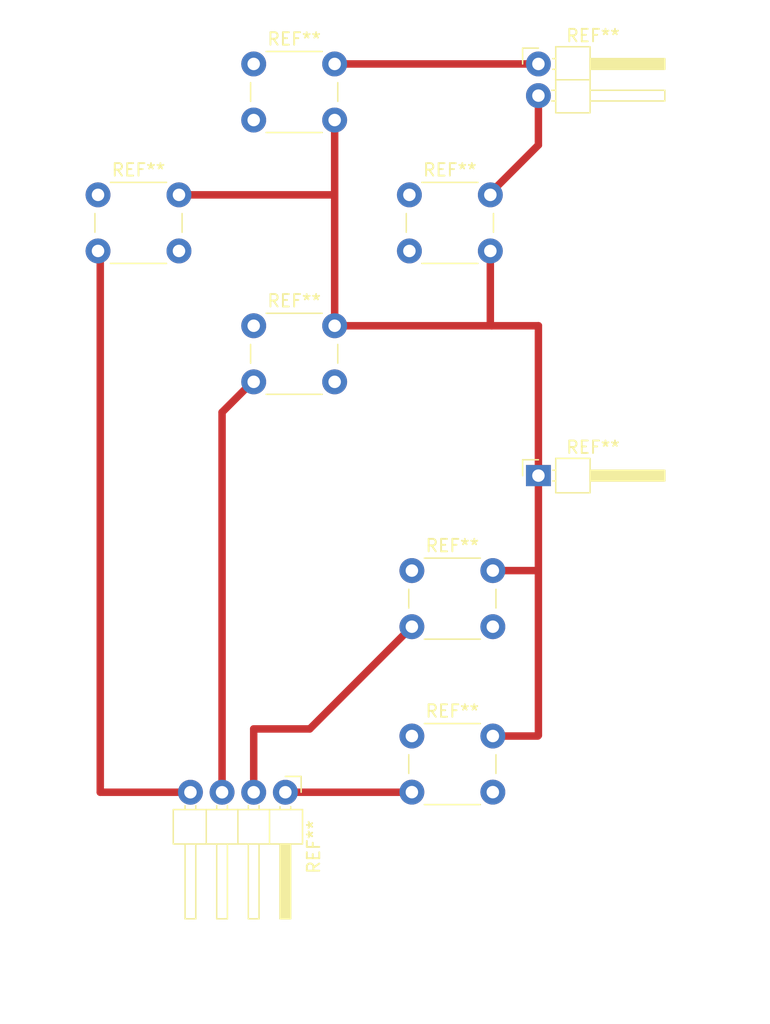
<source format=kicad_pcb>
(kicad_pcb (version 20241229) (generator "pcbnew") (generator_version "9.0")
  (layers (0 "F.Cu" signal) (2 "B.Cu" signal) (13 "F.Paste" user) (15 "B.Paste" user) (5 "F.SilkS" user "F.Silkscreen") (7 "B.SilkS" user "B.Silkscreen") (1 "F.Mask" user) (3 "B.Mask" user) (25 "Edge.Cuts" user))
  (net 0 "")
  (footprint "Button_Switch_THT:SW_PUSH_6mm" (layer "F.Cu") (at 32.82 15.58)
    (property "Reference" "REF**" (at 3.25 -2 0) (layer "F.SilkS"))
    (property "Value" "SW_PUSH_6mm")
    (fp_line (start -0.25 1.5) (end -0.25 3) (stroke (width 0.12)) (layer "F.SilkS"))
    (fp_line (start 1 5.5) (end 5.5 5.5) (stroke (width 0.12)) (layer "F.SilkS"))
    (fp_line (start 5.5 -1) (end 1 -1) (stroke (width 0.12)) (layer "F.SilkS"))
    (fp_line (start 6.75 3) (end 6.75 1.5) (stroke (width 0.12)) (layer "F.SilkS"))
    (pad "1" thru_hole circle (at 0 0 90) (size 2 2) (drill 1) (layers "*.Cu" "*.Mask"))
    (pad "1" thru_hole circle (at 6.5 0 90) (size 2 2) (drill 1) (layers "*.Cu" "*.Mask"))
    (pad "2" thru_hole circle (at 0 4.5 90) (size 2 2) (drill 1) (layers "*.Cu" "*.Mask"))
    (pad "2" thru_hole circle (at 6.5 4.5 90) (size 2 2) (drill 1) (layers "*.Cu" "*.Mask"))
  )
  (footprint "Connector_PinHeader_2.54mm:PinHeader_1x01_P2.54mm_Horizontal" (layer "F.Cu") (at 43.18 38.1)
    (property "Reference" "REF**" (at 4.385 -2.27 0) (layer "F.SilkS"))
    (property "Value" "PinHeader_1x01_P2.54mm_Horizontal")
    (fp_line (start -1.27 -1.27) (end 0 -1.27) (stroke (width 0.12)) (layer "F.SilkS"))
    (fp_line (start -1.27 0) (end -1.27 -1.27) (stroke (width 0.12)) (layer "F.SilkS"))
    (fp_line (start 1.16 -0.43) (end 1.39 -0.43) (stroke (width 0.12)) (layer "F.SilkS"))
    (fp_line (start 1.16 0.43) (end 1.39 0.43) (stroke (width 0.12)) (layer "F.SilkS"))
    (fp_rect (start 1.39 -1.38) (end 4.15 1.38) (stroke (width 0.12)) (fill no) (layer "F.SilkS"))
    (fp_rect (start 4.15 -0.43) (end 10.15 0.43) (stroke (width 0.12)) (fill yes) (layer "F.SilkS"))
    (pad "1" thru_hole rect (at 0 0) (size 2 1.7) (drill 1) (layers "*.Cu" "*.Mask"))
  )
  (footprint "Button_Switch_THT:SW_PUSH_6mm" (layer "F.Cu") (at 33.02 58.99)
    (property "Reference" "REF**" (at 3.25 -2 0) (layer "F.SilkS"))
    (property "Value" "SW_PUSH_6mm")
    (fp_line (start -0.25 1.5) (end -0.25 3) (stroke (width 0.12)) (layer "F.SilkS"))
    (fp_line (start 1 5.5) (end 5.5 5.5) (stroke (width 0.12)) (layer "F.SilkS"))
    (fp_line (start 5.5 -1) (end 1 -1) (stroke (width 0.12)) (layer "F.SilkS"))
    (fp_line (start 6.75 3) (end 6.75 1.5) (stroke (width 0.12)) (layer "F.SilkS"))
    (pad "1" thru_hole circle (at 0 0 90) (size 2 2) (drill 1) (layers "*.Cu" "*.Mask"))
    (pad "1" thru_hole circle (at 6.5 0 90) (size 2 2) (drill 1) (layers "*.Cu" "*.Mask"))
    (pad "2" thru_hole circle (at 0 4.5 90) (size 2 2) (drill 1) (layers "*.Cu" "*.Mask"))
    (pad "2" thru_hole circle (at 6.5 4.5 90) (size 2 2) (drill 1) (layers "*.Cu" "*.Mask"))
  )
  (footprint "Connector_PinHeader_2.54mm:PinHeader_1x04_P2.54mm_Horizontal" (layer "F.Cu") (at 22.86 63.5 -90)
    (property "Reference" "REF**" (at 4.385 -2.27 90) (layer "F.SilkS"))
    (property "Value" "PinHeader_1x04_P2.54mm_Horizontal")
    (fp_line (start 1.077358 8.05) (end 1.39 8.05) (stroke (width 0.12)) (layer "F.SilkS"))
    (fp_line (start 10.15 8.05) (end 4.15 8.05) (stroke (width 0.12)) (layer "F.SilkS"))
    (fp_line (start 1.077358 7.19) (end 1.39 7.19) (stroke (width 0.12)) (layer "F.SilkS"))
    (fp_line (start 4.15 7.19) (end 10.15 7.19) (stroke (width 0.12)) (layer "F.SilkS"))
    (fp_line (start 10.15 7.19) (end 10.15 8.05) (stroke (width 0.12)) (layer "F.SilkS"))
    (fp_line (start 1.39 6.35) (end 4.15 6.35) (stroke (width 0.12)) (layer "F.SilkS"))
    (fp_line (start 1.077358 5.51) (end 1.39 5.51) (stroke (width 0.12)) (layer "F.SilkS"))
    (fp_line (start 10.15 5.51) (end 4.15 5.51) (stroke (width 0.12)) (layer "F.SilkS"))
    (fp_line (start 1.077358 4.65) (end 1.39 4.65) (stroke (width 0.12)) (layer "F.SilkS"))
    (fp_line (start 4.15 4.65) (end 10.15 4.65) (stroke (width 0.12)) (layer "F.SilkS"))
    (fp_line (start 10.15 4.65) (end 10.15 5.51) (stroke (width 0.12)) (layer "F.SilkS"))
    (fp_line (start 1.39 3.81) (end 4.15 3.81) (stroke (width 0.12)) (layer "F.SilkS"))
    (fp_line (start 1.077358 2.97) (end 1.39 2.97) (stroke (width 0.12)) (layer "F.SilkS"))
    (fp_line (start 10.15 2.97) (end 4.15 2.97) (stroke (width 0.12)) (layer "F.SilkS"))
    (fp_line (start 1.077358 2.11) (end 1.39 2.11) (stroke (width 0.12)) (layer "F.SilkS"))
    (fp_line (start 4.15 2.11) (end 10.15 2.11) (stroke (width 0.12)) (layer "F.SilkS"))
    (fp_line (start 10.15 2.11) (end 10.15 2.97) (stroke (width 0.12)) (layer "F.SilkS"))
    (fp_line (start 1.39 1.27) (end 4.15 1.27) (stroke (width 0.12)) (layer "F.SilkS"))
    (fp_line (start 1.16 0.43) (end 1.39 0.43) (stroke (width 0.12)) (layer "F.SilkS"))
    (fp_line (start -1.27 0) (end -1.27 -1.27) (stroke (width 0.12)) (layer "F.SilkS"))
    (fp_line (start 1.16 -0.43) (end 1.39 -0.43) (stroke (width 0.12)) (layer "F.SilkS"))
    (fp_line (start -1.27 -1.27) (end 0 -1.27) (stroke (width 0.12)) (layer "F.SilkS"))
    (fp_rect (start 4.15 -0.43) (end 10.15 0.43) (stroke (width 0.12)) (fill yes) (layer "F.SilkS"))
    (fp_rect (start 1.39 -1.38) (end 4.15 9) (stroke (width 0.12)) (fill no) (layer "F.SilkS"))
    (pad "1" thru_hole circle (at 0 0 270) (size 2 2) (drill 1) (layers "*.Cu" "*.Mask"))
    (pad "2" thru_hole circle (at 0 2.54 270) (size 2 2) (drill 1) (layers "*.Cu" "*.Mask"))
    (pad "3" thru_hole circle (at 0 5.08 270) (size 2 2) (drill 1) (layers "*.Cu" "*.Mask"))
    (pad "4" thru_hole circle (at 0 7.62 270) (size 2 2) (drill 1) (layers "*.Cu" "*.Mask"))
  )
  (footprint "Button_Switch_THT:SW_PUSH_6mm" (layer "F.Cu") (at 33.02 45.72)
    (property "Reference" "REF**" (at 3.25 -2 0) (layer "F.SilkS"))
    (property "Value" "SW_PUSH_6mm")
    (fp_line (start -0.25 1.5) (end -0.25 3) (stroke (width 0.12)) (layer "F.SilkS"))
    (fp_line (start 1 5.5) (end 5.5 5.5) (stroke (width 0.12)) (layer "F.SilkS"))
    (fp_line (start 5.5 -1) (end 1 -1) (stroke (width 0.12)) (layer "F.SilkS"))
    (fp_line (start 6.75 3) (end 6.75 1.5) (stroke (width 0.12)) (layer "F.SilkS"))
    (pad "1" thru_hole circle (at 0 0 90) (size 2 2) (drill 1) (layers "*.Cu" "*.Mask"))
    (pad "1" thru_hole circle (at 6.5 0 90) (size 2 2) (drill 1) (layers "*.Cu" "*.Mask"))
    (pad "2" thru_hole circle (at 0 4.5 90) (size 2 2) (drill 1) (layers "*.Cu" "*.Mask"))
    (pad "2" thru_hole circle (at 6.5 4.5 90) (size 2 2) (drill 1) (layers "*.Cu" "*.Mask"))
  )
  (footprint "Button_Switch_THT:SW_PUSH_6mm" (layer "F.Cu") (at 20.32 26.08)
    (property "Reference" "REF**" (at 3.25 -2 0) (layer "F.SilkS"))
    (property "Value" "SW_PUSH_6mm")
    (fp_line (start -0.25 1.5) (end -0.25 3) (stroke (width 0.12)) (layer "F.SilkS"))
    (fp_line (start 1 5.5) (end 5.5 5.5) (stroke (width 0.12)) (layer "F.SilkS"))
    (fp_line (start 5.5 -1) (end 1 -1) (stroke (width 0.12)) (layer "F.SilkS"))
    (fp_line (start 6.75 3) (end 6.75 1.5) (stroke (width 0.12)) (layer "F.SilkS"))
    (pad "1" thru_hole circle (at 0 0 90) (size 2 2) (drill 1) (layers "*.Cu" "*.Mask"))
    (pad "1" thru_hole circle (at 6.5 0 90) (size 2 2) (drill 1) (layers "*.Cu" "*.Mask"))
    (pad "2" thru_hole circle (at 0 4.5 90) (size 2 2) (drill 1) (layers "*.Cu" "*.Mask"))
    (pad "2" thru_hole circle (at 6.5 4.5 90) (size 2 2) (drill 1) (layers "*.Cu" "*.Mask"))
  )
  (footprint "Button_Switch_THT:SW_PUSH_6mm" (layer "F.Cu") (at 7.82 15.58)
    (property "Reference" "REF**" (at 3.25 -2 0) (layer "F.SilkS"))
    (property "Value" "SW_PUSH_6mm")
    (fp_line (start -0.25 1.5) (end -0.25 3) (stroke (width 0.12)) (layer "F.SilkS"))
    (fp_line (start 1 5.5) (end 5.5 5.5) (stroke (width 0.12)) (layer "F.SilkS"))
    (fp_line (start 5.5 -1) (end 1 -1) (stroke (width 0.12)) (layer "F.SilkS"))
    (fp_line (start 6.75 3) (end 6.75 1.5) (stroke (width 0.12)) (layer "F.SilkS"))
    (pad "1" thru_hole circle (at 0 0 90) (size 2 2) (drill 1) (layers "*.Cu" "*.Mask"))
    (pad "1" thru_hole circle (at 6.5 0 90) (size 2 2) (drill 1) (layers "*.Cu" "*.Mask"))
    (pad "2" thru_hole circle (at 0 4.5 90) (size 2 2) (drill 1) (layers "*.Cu" "*.Mask"))
    (pad "2" thru_hole circle (at 6.5 4.5 90) (size 2 2) (drill 1) (layers "*.Cu" "*.Mask"))
  )
  (footprint "Connector_PinHeader_2.54mm:PinHeader_1x02_P2.54mm_Horizontal" (layer "F.Cu") (at 43.18 5.08)
    (property "Reference" "REF**" (at 4.385 -2.27 0) (layer "F.SilkS"))
    (property "Value" "PinHeader_1x02_P2.54mm_Horizontal")
    (fp_line (start -1.27 -1.27) (end 0 -1.27) (stroke (width 0.12)) (layer "F.SilkS"))
    (fp_line (start -1.27 0) (end -1.27 -1.27) (stroke (width 0.12)) (layer "F.SilkS"))
    (fp_line (start 1.077358 2.11) (end 1.39 2.11) (stroke (width 0.12)) (layer "F.SilkS"))
    (fp_line (start 1.077358 2.97) (end 1.39 2.97) (stroke (width 0.12)) (layer "F.SilkS"))
    (fp_line (start 1.16 -0.43) (end 1.39 -0.43) (stroke (width 0.12)) (layer "F.SilkS"))
    (fp_line (start 1.16 0.43) (end 1.39 0.43) (stroke (width 0.12)) (layer "F.SilkS"))
    (fp_line (start 1.39 1.27) (end 4.15 1.27) (stroke (width 0.12)) (layer "F.SilkS"))
    (fp_line (start 4.15 2.11) (end 10.15 2.11) (stroke (width 0.12)) (layer "F.SilkS"))
    (fp_line (start 10.15 2.11) (end 10.15 2.97) (stroke (width 0.12)) (layer "F.SilkS"))
    (fp_line (start 10.15 2.97) (end 4.15 2.97) (stroke (width 0.12)) (layer "F.SilkS"))
    (fp_rect (start 1.39 -1.38) (end 4.15 3.92) (stroke (width 0.12)) (fill no) (layer "F.SilkS"))
    (fp_rect (start 4.15 -0.43) (end 10.15 0.43) (stroke (width 0.12)) (fill yes) (layer "F.SilkS"))
    (pad "1" thru_hole circle (at 0 0) (size 2 2) (drill 1) (layers "*.Cu" "*.Mask"))
    (pad "2" thru_hole circle (at 0 2.54) (size 2 2) (drill 1) (layers "*.Cu" "*.Mask"))
  )
  (footprint "Button_Switch_THT:SW_PUSH_6mm" (layer "F.Cu") (at 20.32 5.08)
    (property "Reference" "REF**" (at 3.25 -2 0) (layer "F.SilkS"))
    (property "Value" "SW_PUSH_6mm")
    (fp_line (start -0.25 1.5) (end -0.25 3) (stroke (width 0.12)) (layer "F.SilkS"))
    (fp_line (start 1 5.5) (end 5.5 5.5) (stroke (width 0.12)) (layer "F.SilkS"))
    (fp_line (start 5.5 -1) (end 1 -1) (stroke (width 0.12)) (layer "F.SilkS"))
    (fp_line (start 6.75 3) (end 6.75 1.5) (stroke (width 0.12)) (layer "F.SilkS"))
    (pad "1" thru_hole circle (at 0 0 90) (size 2 2) (drill 1) (layers "*.Cu" "*.Mask"))
    (pad "1" thru_hole circle (at 6.5 0 90) (size 2 2) (drill 1) (layers "*.Cu" "*.Mask"))
    (pad "2" thru_hole circle (at 0 4.5 90) (size 2 2) (drill 1) (layers "*.Cu" "*.Mask"))
    (pad "2" thru_hole circle (at 6.5 4.5 90) (size 2 2) (drill 1) (layers "*.Cu" "*.Mask"))
  )
  (segment (start 39.32 15.44) (end 43.18 11.58) (width 0.6) (layer "F.Cu") (net 0))
  (segment (start 43.18 58.94) (end 43.18 45.79) (width 0.6) (layer "F.Cu") (net 0))
  (segment (start 39.32 20.08) (end 39.32 25.97) (width 0.6) (layer "F.Cu") (net 0))
  (segment (start 43.18 26.08) (end 43.18 38.1) (width 0.6) (layer "F.Cu") (net 0))
  (segment (start 33.01 63.5) (end 33.02 63.49) (width 0.2) (layer "F.Cu") (net 0))
  (segment (start 22.86 63.5) (end 33.01 63.5) (width 0.6) (layer "F.Cu") (net 0))
  (segment (start 26.82 26.08) (end 39.43 26.08) (width 0.6) (layer "F.Cu") (net 0))
  (segment (start 20.32 30.48) (end 17.78 33.02) (width 0.6) (layer "F.Cu") (net 0))
  (segment (start 26.75 15.58) (end 26.82 15.65) (width 0.2) (layer "F.Cu") (net 0))
  (segment (start 26.82 5.08) (end 43.18 5.08) (width 0.6) (layer "F.Cu") (net 0))
  (segment (start 26.82 15.65) (end 26.82 9.58) (width 0.6) (layer "F.Cu") (net 0))
  (segment (start 24.82 58.42) (end 33.02 50.22) (width 0.6) (layer "F.Cu") (net 0))
  (segment (start 39.32 15.58) (end 39.32 15.44) (width 0.6) (layer "F.Cu") (net 0))
  (segment (start 14.32 15.58) (end 26.75 15.58) (width 0.6) (layer "F.Cu") (net 0))
  (segment (start 39.43 26.08) (end 43.18 26.08) (width 0.6) (layer "F.Cu") (net 0))
  (segment (start 26.88 9.64) (end 26.82 9.58) (width 0.6) (layer "F.Cu") (net 0))
  (segment (start 20.32 58.42) (end 24.82 58.42) (width 0.6) (layer "F.Cu") (net 0))
  (segment (start 26.82 26.08) (end 26.82 15.65) (width 0.6) (layer "F.Cu") (net 0))
  (segment (start 39.32 25.97) (end 39.43 26.08) (width 0.2) (layer "F.Cu") (net 0))
  (segment (start 39.52 58.99) (end 43.13 58.99) (width 0.6) (layer "F.Cu") (net 0))
  (segment (start 17.78 33.02) (end 17.78 63.5) (width 0.6) (layer "F.Cu") (net 0))
  (segment (start 8 63.5) (end 15.24 63.5) (width 0.6) (layer "F.Cu") (net 0))
  (segment (start 39.52 45.72) (end 43.11 45.72) (width 0.6) (layer "F.Cu") (net 0))
  (segment (start 8 20.7) (end 8 63.5) (width 0.6) (layer "F.Cu") (net 0))
  (segment (start 20.32 58.42) (end 20.32 63.5) (width 0.6) (layer "F.Cu") (net 0))
  (segment (start 43.18 11.58) (end 43.18 7.62) (width 0.6) (layer "F.Cu") (net 0))
  (segment (start 43.18 45.79) (end 43.18 38.1) (width 0.6) (layer "F.Cu") (net 0))
  (segment (start 43.11 45.72) (end 43.18 45.79) (width 0.2) (layer "F.Cu") (net 0))
  (segment (start 43.13 58.99) (end 43.18 58.94) (width 0.2) (layer "F.Cu") (net 0))
)
</source>
